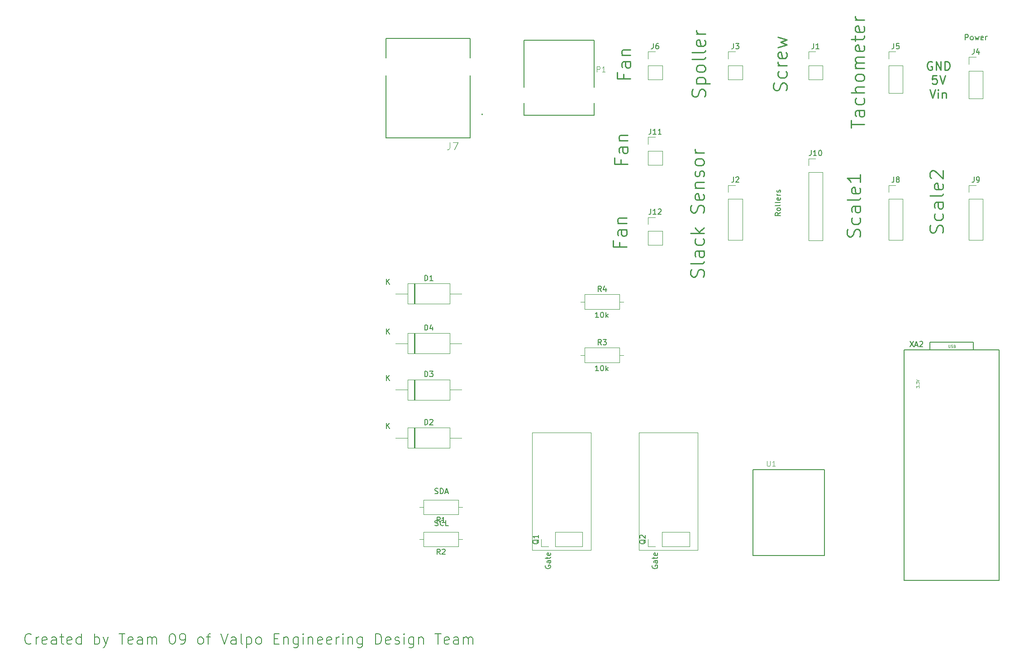
<source format=gbr>
G04 #@! TF.GenerationSoftware,KiCad,Pcbnew,(5.1.6)-1*
G04 #@! TF.CreationDate,2021-03-30T14:44:02-05:00*
G04 #@! TF.ProjectId,ControllerPCB,436f6e74-726f-46c6-9c65-725043422e6b,rev?*
G04 #@! TF.SameCoordinates,Original*
G04 #@! TF.FileFunction,Legend,Top*
G04 #@! TF.FilePolarity,Positive*
%FSLAX46Y46*%
G04 Gerber Fmt 4.6, Leading zero omitted, Abs format (unit mm)*
G04 Created by KiCad (PCBNEW (5.1.6)-1) date 2021-03-30 14:44:02*
%MOMM*%
%LPD*%
G01*
G04 APERTURE LIST*
%ADD10C,0.150000*%
%ADD11C,0.250000*%
%ADD12C,0.120000*%
%ADD13C,0.127000*%
%ADD14C,0.200000*%
%ADD15C,0.075000*%
%ADD16C,0.015000*%
G04 APERTURE END LIST*
D10*
X58285714Y-153464285D02*
X58190476Y-153559523D01*
X57904761Y-153654761D01*
X57714285Y-153654761D01*
X57428571Y-153559523D01*
X57238095Y-153369047D01*
X57142857Y-153178571D01*
X57047619Y-152797619D01*
X57047619Y-152511904D01*
X57142857Y-152130952D01*
X57238095Y-151940476D01*
X57428571Y-151750000D01*
X57714285Y-151654761D01*
X57904761Y-151654761D01*
X58190476Y-151750000D01*
X58285714Y-151845238D01*
X59142857Y-153654761D02*
X59142857Y-152321428D01*
X59142857Y-152702380D02*
X59238095Y-152511904D01*
X59333333Y-152416666D01*
X59523809Y-152321428D01*
X59714285Y-152321428D01*
X61142857Y-153559523D02*
X60952380Y-153654761D01*
X60571428Y-153654761D01*
X60380952Y-153559523D01*
X60285714Y-153369047D01*
X60285714Y-152607142D01*
X60380952Y-152416666D01*
X60571428Y-152321428D01*
X60952380Y-152321428D01*
X61142857Y-152416666D01*
X61238095Y-152607142D01*
X61238095Y-152797619D01*
X60285714Y-152988095D01*
X62952380Y-153654761D02*
X62952380Y-152607142D01*
X62857142Y-152416666D01*
X62666666Y-152321428D01*
X62285714Y-152321428D01*
X62095238Y-152416666D01*
X62952380Y-153559523D02*
X62761904Y-153654761D01*
X62285714Y-153654761D01*
X62095238Y-153559523D01*
X62000000Y-153369047D01*
X62000000Y-153178571D01*
X62095238Y-152988095D01*
X62285714Y-152892857D01*
X62761904Y-152892857D01*
X62952380Y-152797619D01*
X63619047Y-152321428D02*
X64380952Y-152321428D01*
X63904761Y-151654761D02*
X63904761Y-153369047D01*
X64000000Y-153559523D01*
X64190476Y-153654761D01*
X64380952Y-153654761D01*
X65809523Y-153559523D02*
X65619047Y-153654761D01*
X65238095Y-153654761D01*
X65047619Y-153559523D01*
X64952380Y-153369047D01*
X64952380Y-152607142D01*
X65047619Y-152416666D01*
X65238095Y-152321428D01*
X65619047Y-152321428D01*
X65809523Y-152416666D01*
X65904761Y-152607142D01*
X65904761Y-152797619D01*
X64952380Y-152988095D01*
X67619047Y-153654761D02*
X67619047Y-151654761D01*
X67619047Y-153559523D02*
X67428571Y-153654761D01*
X67047619Y-153654761D01*
X66857142Y-153559523D01*
X66761904Y-153464285D01*
X66666666Y-153273809D01*
X66666666Y-152702380D01*
X66761904Y-152511904D01*
X66857142Y-152416666D01*
X67047619Y-152321428D01*
X67428571Y-152321428D01*
X67619047Y-152416666D01*
X70095238Y-153654761D02*
X70095238Y-151654761D01*
X70095238Y-152416666D02*
X70285714Y-152321428D01*
X70666666Y-152321428D01*
X70857142Y-152416666D01*
X70952380Y-152511904D01*
X71047619Y-152702380D01*
X71047619Y-153273809D01*
X70952380Y-153464285D01*
X70857142Y-153559523D01*
X70666666Y-153654761D01*
X70285714Y-153654761D01*
X70095238Y-153559523D01*
X71714285Y-152321428D02*
X72190476Y-153654761D01*
X72666666Y-152321428D02*
X72190476Y-153654761D01*
X72000000Y-154130952D01*
X71904761Y-154226190D01*
X71714285Y-154321428D01*
X74666666Y-151654761D02*
X75809523Y-151654761D01*
X75238095Y-153654761D02*
X75238095Y-151654761D01*
X77238095Y-153559523D02*
X77047619Y-153654761D01*
X76666666Y-153654761D01*
X76476190Y-153559523D01*
X76380952Y-153369047D01*
X76380952Y-152607142D01*
X76476190Y-152416666D01*
X76666666Y-152321428D01*
X77047619Y-152321428D01*
X77238095Y-152416666D01*
X77333333Y-152607142D01*
X77333333Y-152797619D01*
X76380952Y-152988095D01*
X79047619Y-153654761D02*
X79047619Y-152607142D01*
X78952380Y-152416666D01*
X78761904Y-152321428D01*
X78380952Y-152321428D01*
X78190476Y-152416666D01*
X79047619Y-153559523D02*
X78857142Y-153654761D01*
X78380952Y-153654761D01*
X78190476Y-153559523D01*
X78095238Y-153369047D01*
X78095238Y-153178571D01*
X78190476Y-152988095D01*
X78380952Y-152892857D01*
X78857142Y-152892857D01*
X79047619Y-152797619D01*
X80000000Y-153654761D02*
X80000000Y-152321428D01*
X80000000Y-152511904D02*
X80095238Y-152416666D01*
X80285714Y-152321428D01*
X80571428Y-152321428D01*
X80761904Y-152416666D01*
X80857142Y-152607142D01*
X80857142Y-153654761D01*
X80857142Y-152607142D02*
X80952380Y-152416666D01*
X81142857Y-152321428D01*
X81428571Y-152321428D01*
X81619047Y-152416666D01*
X81714285Y-152607142D01*
X81714285Y-153654761D01*
X84571428Y-151654761D02*
X84761904Y-151654761D01*
X84952380Y-151750000D01*
X85047619Y-151845238D01*
X85142857Y-152035714D01*
X85238095Y-152416666D01*
X85238095Y-152892857D01*
X85142857Y-153273809D01*
X85047619Y-153464285D01*
X84952380Y-153559523D01*
X84761904Y-153654761D01*
X84571428Y-153654761D01*
X84380952Y-153559523D01*
X84285714Y-153464285D01*
X84190476Y-153273809D01*
X84095238Y-152892857D01*
X84095238Y-152416666D01*
X84190476Y-152035714D01*
X84285714Y-151845238D01*
X84380952Y-151750000D01*
X84571428Y-151654761D01*
X86190476Y-153654761D02*
X86571428Y-153654761D01*
X86761904Y-153559523D01*
X86857142Y-153464285D01*
X87047619Y-153178571D01*
X87142857Y-152797619D01*
X87142857Y-152035714D01*
X87047619Y-151845238D01*
X86952380Y-151750000D01*
X86761904Y-151654761D01*
X86380952Y-151654761D01*
X86190476Y-151750000D01*
X86095238Y-151845238D01*
X86000000Y-152035714D01*
X86000000Y-152511904D01*
X86095238Y-152702380D01*
X86190476Y-152797619D01*
X86380952Y-152892857D01*
X86761904Y-152892857D01*
X86952380Y-152797619D01*
X87047619Y-152702380D01*
X87142857Y-152511904D01*
X89809523Y-153654761D02*
X89619047Y-153559523D01*
X89523809Y-153464285D01*
X89428571Y-153273809D01*
X89428571Y-152702380D01*
X89523809Y-152511904D01*
X89619047Y-152416666D01*
X89809523Y-152321428D01*
X90095238Y-152321428D01*
X90285714Y-152416666D01*
X90380952Y-152511904D01*
X90476190Y-152702380D01*
X90476190Y-153273809D01*
X90380952Y-153464285D01*
X90285714Y-153559523D01*
X90095238Y-153654761D01*
X89809523Y-153654761D01*
X91047619Y-152321428D02*
X91809523Y-152321428D01*
X91333333Y-153654761D02*
X91333333Y-151940476D01*
X91428571Y-151750000D01*
X91619047Y-151654761D01*
X91809523Y-151654761D01*
X93714285Y-151654761D02*
X94380952Y-153654761D01*
X95047619Y-151654761D01*
X96571428Y-153654761D02*
X96571428Y-152607142D01*
X96476190Y-152416666D01*
X96285714Y-152321428D01*
X95904761Y-152321428D01*
X95714285Y-152416666D01*
X96571428Y-153559523D02*
X96380952Y-153654761D01*
X95904761Y-153654761D01*
X95714285Y-153559523D01*
X95619047Y-153369047D01*
X95619047Y-153178571D01*
X95714285Y-152988095D01*
X95904761Y-152892857D01*
X96380952Y-152892857D01*
X96571428Y-152797619D01*
X97809523Y-153654761D02*
X97619047Y-153559523D01*
X97523809Y-153369047D01*
X97523809Y-151654761D01*
X98571428Y-152321428D02*
X98571428Y-154321428D01*
X98571428Y-152416666D02*
X98761904Y-152321428D01*
X99142857Y-152321428D01*
X99333333Y-152416666D01*
X99428571Y-152511904D01*
X99523809Y-152702380D01*
X99523809Y-153273809D01*
X99428571Y-153464285D01*
X99333333Y-153559523D01*
X99142857Y-153654761D01*
X98761904Y-153654761D01*
X98571428Y-153559523D01*
X100666666Y-153654761D02*
X100476190Y-153559523D01*
X100380952Y-153464285D01*
X100285714Y-153273809D01*
X100285714Y-152702380D01*
X100380952Y-152511904D01*
X100476190Y-152416666D01*
X100666666Y-152321428D01*
X100952380Y-152321428D01*
X101142857Y-152416666D01*
X101238095Y-152511904D01*
X101333333Y-152702380D01*
X101333333Y-153273809D01*
X101238095Y-153464285D01*
X101142857Y-153559523D01*
X100952380Y-153654761D01*
X100666666Y-153654761D01*
X103714285Y-152607142D02*
X104380952Y-152607142D01*
X104666666Y-153654761D02*
X103714285Y-153654761D01*
X103714285Y-151654761D01*
X104666666Y-151654761D01*
X105523809Y-152321428D02*
X105523809Y-153654761D01*
X105523809Y-152511904D02*
X105619047Y-152416666D01*
X105809523Y-152321428D01*
X106095238Y-152321428D01*
X106285714Y-152416666D01*
X106380952Y-152607142D01*
X106380952Y-153654761D01*
X108190476Y-152321428D02*
X108190476Y-153940476D01*
X108095238Y-154130952D01*
X107999999Y-154226190D01*
X107809523Y-154321428D01*
X107523809Y-154321428D01*
X107333333Y-154226190D01*
X108190476Y-153559523D02*
X107999999Y-153654761D01*
X107619047Y-153654761D01*
X107428571Y-153559523D01*
X107333333Y-153464285D01*
X107238095Y-153273809D01*
X107238095Y-152702380D01*
X107333333Y-152511904D01*
X107428571Y-152416666D01*
X107619047Y-152321428D01*
X107999999Y-152321428D01*
X108190476Y-152416666D01*
X109142857Y-153654761D02*
X109142857Y-152321428D01*
X109142857Y-151654761D02*
X109047619Y-151750000D01*
X109142857Y-151845238D01*
X109238095Y-151750000D01*
X109142857Y-151654761D01*
X109142857Y-151845238D01*
X110095238Y-152321428D02*
X110095238Y-153654761D01*
X110095238Y-152511904D02*
X110190476Y-152416666D01*
X110380952Y-152321428D01*
X110666666Y-152321428D01*
X110857142Y-152416666D01*
X110952380Y-152607142D01*
X110952380Y-153654761D01*
X112666666Y-153559523D02*
X112476190Y-153654761D01*
X112095238Y-153654761D01*
X111904761Y-153559523D01*
X111809523Y-153369047D01*
X111809523Y-152607142D01*
X111904761Y-152416666D01*
X112095238Y-152321428D01*
X112476190Y-152321428D01*
X112666666Y-152416666D01*
X112761904Y-152607142D01*
X112761904Y-152797619D01*
X111809523Y-152988095D01*
X114380952Y-153559523D02*
X114190476Y-153654761D01*
X113809523Y-153654761D01*
X113619047Y-153559523D01*
X113523809Y-153369047D01*
X113523809Y-152607142D01*
X113619047Y-152416666D01*
X113809523Y-152321428D01*
X114190476Y-152321428D01*
X114380952Y-152416666D01*
X114476190Y-152607142D01*
X114476190Y-152797619D01*
X113523809Y-152988095D01*
X115333333Y-153654761D02*
X115333333Y-152321428D01*
X115333333Y-152702380D02*
X115428571Y-152511904D01*
X115523809Y-152416666D01*
X115714285Y-152321428D01*
X115904761Y-152321428D01*
X116571428Y-153654761D02*
X116571428Y-152321428D01*
X116571428Y-151654761D02*
X116476190Y-151750000D01*
X116571428Y-151845238D01*
X116666666Y-151750000D01*
X116571428Y-151654761D01*
X116571428Y-151845238D01*
X117523809Y-152321428D02*
X117523809Y-153654761D01*
X117523809Y-152511904D02*
X117619047Y-152416666D01*
X117809523Y-152321428D01*
X118095238Y-152321428D01*
X118285714Y-152416666D01*
X118380952Y-152607142D01*
X118380952Y-153654761D01*
X120190476Y-152321428D02*
X120190476Y-153940476D01*
X120095238Y-154130952D01*
X119999999Y-154226190D01*
X119809523Y-154321428D01*
X119523809Y-154321428D01*
X119333333Y-154226190D01*
X120190476Y-153559523D02*
X119999999Y-153654761D01*
X119619047Y-153654761D01*
X119428571Y-153559523D01*
X119333333Y-153464285D01*
X119238095Y-153273809D01*
X119238095Y-152702380D01*
X119333333Y-152511904D01*
X119428571Y-152416666D01*
X119619047Y-152321428D01*
X119999999Y-152321428D01*
X120190476Y-152416666D01*
X122666666Y-153654761D02*
X122666666Y-151654761D01*
X123142857Y-151654761D01*
X123428571Y-151750000D01*
X123619047Y-151940476D01*
X123714285Y-152130952D01*
X123809523Y-152511904D01*
X123809523Y-152797619D01*
X123714285Y-153178571D01*
X123619047Y-153369047D01*
X123428571Y-153559523D01*
X123142857Y-153654761D01*
X122666666Y-153654761D01*
X125428571Y-153559523D02*
X125238095Y-153654761D01*
X124857142Y-153654761D01*
X124666666Y-153559523D01*
X124571428Y-153369047D01*
X124571428Y-152607142D01*
X124666666Y-152416666D01*
X124857142Y-152321428D01*
X125238095Y-152321428D01*
X125428571Y-152416666D01*
X125523809Y-152607142D01*
X125523809Y-152797619D01*
X124571428Y-152988095D01*
X126285714Y-153559523D02*
X126476190Y-153654761D01*
X126857142Y-153654761D01*
X127047619Y-153559523D01*
X127142857Y-153369047D01*
X127142857Y-153273809D01*
X127047619Y-153083333D01*
X126857142Y-152988095D01*
X126571428Y-152988095D01*
X126380952Y-152892857D01*
X126285714Y-152702380D01*
X126285714Y-152607142D01*
X126380952Y-152416666D01*
X126571428Y-152321428D01*
X126857142Y-152321428D01*
X127047619Y-152416666D01*
X127999999Y-153654761D02*
X127999999Y-152321428D01*
X127999999Y-151654761D02*
X127904761Y-151750000D01*
X127999999Y-151845238D01*
X128095238Y-151750000D01*
X127999999Y-151654761D01*
X127999999Y-151845238D01*
X129809523Y-152321428D02*
X129809523Y-153940476D01*
X129714285Y-154130952D01*
X129619047Y-154226190D01*
X129428571Y-154321428D01*
X129142857Y-154321428D01*
X128952380Y-154226190D01*
X129809523Y-153559523D02*
X129619047Y-153654761D01*
X129238095Y-153654761D01*
X129047619Y-153559523D01*
X128952380Y-153464285D01*
X128857142Y-153273809D01*
X128857142Y-152702380D01*
X128952380Y-152511904D01*
X129047619Y-152416666D01*
X129238095Y-152321428D01*
X129619047Y-152321428D01*
X129809523Y-152416666D01*
X130761904Y-152321428D02*
X130761904Y-153654761D01*
X130761904Y-152511904D02*
X130857142Y-152416666D01*
X131047619Y-152321428D01*
X131333333Y-152321428D01*
X131523809Y-152416666D01*
X131619047Y-152607142D01*
X131619047Y-153654761D01*
X133809523Y-151654761D02*
X134952380Y-151654761D01*
X134380952Y-153654761D02*
X134380952Y-151654761D01*
X136380952Y-153559523D02*
X136190476Y-153654761D01*
X135809523Y-153654761D01*
X135619047Y-153559523D01*
X135523809Y-153369047D01*
X135523809Y-152607142D01*
X135619047Y-152416666D01*
X135809523Y-152321428D01*
X136190476Y-152321428D01*
X136380952Y-152416666D01*
X136476190Y-152607142D01*
X136476190Y-152797619D01*
X135523809Y-152988095D01*
X138190476Y-153654761D02*
X138190476Y-152607142D01*
X138095238Y-152416666D01*
X137904761Y-152321428D01*
X137523809Y-152321428D01*
X137333333Y-152416666D01*
X138190476Y-153559523D02*
X137999999Y-153654761D01*
X137523809Y-153654761D01*
X137333333Y-153559523D01*
X137238095Y-153369047D01*
X137238095Y-153178571D01*
X137333333Y-152988095D01*
X137523809Y-152892857D01*
X137999999Y-152892857D01*
X138190476Y-152797619D01*
X139142857Y-153654761D02*
X139142857Y-152321428D01*
X139142857Y-152511904D02*
X139238095Y-152416666D01*
X139428571Y-152321428D01*
X139714285Y-152321428D01*
X139904761Y-152416666D01*
X139999999Y-152607142D01*
X139999999Y-153654761D01*
X139999999Y-152607142D02*
X140095238Y-152416666D01*
X140285714Y-152321428D01*
X140571428Y-152321428D01*
X140761904Y-152416666D01*
X140857142Y-152607142D01*
X140857142Y-153654761D01*
X133809523Y-131404761D02*
X133952380Y-131452380D01*
X134190476Y-131452380D01*
X134285714Y-131404761D01*
X134333333Y-131357142D01*
X134380952Y-131261904D01*
X134380952Y-131166666D01*
X134333333Y-131071428D01*
X134285714Y-131023809D01*
X134190476Y-130976190D01*
X134000000Y-130928571D01*
X133904761Y-130880952D01*
X133857142Y-130833333D01*
X133809523Y-130738095D01*
X133809523Y-130642857D01*
X133857142Y-130547619D01*
X133904761Y-130500000D01*
X134000000Y-130452380D01*
X134238095Y-130452380D01*
X134380952Y-130500000D01*
X135380952Y-131357142D02*
X135333333Y-131404761D01*
X135190476Y-131452380D01*
X135095238Y-131452380D01*
X134952380Y-131404761D01*
X134857142Y-131309523D01*
X134809523Y-131214285D01*
X134761904Y-131023809D01*
X134761904Y-130880952D01*
X134809523Y-130690476D01*
X134857142Y-130595238D01*
X134952380Y-130500000D01*
X135095238Y-130452380D01*
X135190476Y-130452380D01*
X135333333Y-130500000D01*
X135380952Y-130547619D01*
X136285714Y-131452380D02*
X135809523Y-131452380D01*
X135809523Y-130452380D01*
X133785714Y-125404761D02*
X133928571Y-125452380D01*
X134166666Y-125452380D01*
X134261904Y-125404761D01*
X134309523Y-125357142D01*
X134357142Y-125261904D01*
X134357142Y-125166666D01*
X134309523Y-125071428D01*
X134261904Y-125023809D01*
X134166666Y-124976190D01*
X133976190Y-124928571D01*
X133880952Y-124880952D01*
X133833333Y-124833333D01*
X133785714Y-124738095D01*
X133785714Y-124642857D01*
X133833333Y-124547619D01*
X133880952Y-124500000D01*
X133976190Y-124452380D01*
X134214285Y-124452380D01*
X134357142Y-124500000D01*
X134785714Y-125452380D02*
X134785714Y-124452380D01*
X135023809Y-124452380D01*
X135166666Y-124500000D01*
X135261904Y-124595238D01*
X135309523Y-124690476D01*
X135357142Y-124880952D01*
X135357142Y-125023809D01*
X135309523Y-125214285D01*
X135261904Y-125309523D01*
X135166666Y-125404761D01*
X135023809Y-125452380D01*
X134785714Y-125452380D01*
X135738095Y-125166666D02*
X136214285Y-125166666D01*
X135642857Y-125452380D02*
X135976190Y-124452380D01*
X136309523Y-125452380D01*
X164404761Y-102452380D02*
X163833333Y-102452380D01*
X164119047Y-102452380D02*
X164119047Y-101452380D01*
X164023809Y-101595238D01*
X163928571Y-101690476D01*
X163833333Y-101738095D01*
X165023809Y-101452380D02*
X165119047Y-101452380D01*
X165214285Y-101500000D01*
X165261904Y-101547619D01*
X165309523Y-101642857D01*
X165357142Y-101833333D01*
X165357142Y-102071428D01*
X165309523Y-102261904D01*
X165261904Y-102357142D01*
X165214285Y-102404761D01*
X165119047Y-102452380D01*
X165023809Y-102452380D01*
X164928571Y-102404761D01*
X164880952Y-102357142D01*
X164833333Y-102261904D01*
X164785714Y-102071428D01*
X164785714Y-101833333D01*
X164833333Y-101642857D01*
X164880952Y-101547619D01*
X164928571Y-101500000D01*
X165023809Y-101452380D01*
X165785714Y-102452380D02*
X165785714Y-101452380D01*
X165880952Y-102071428D02*
X166166666Y-102452380D01*
X166166666Y-101785714D02*
X165785714Y-102166666D01*
X164404761Y-92452380D02*
X163833333Y-92452380D01*
X164119047Y-92452380D02*
X164119047Y-91452380D01*
X164023809Y-91595238D01*
X163928571Y-91690476D01*
X163833333Y-91738095D01*
X165023809Y-91452380D02*
X165119047Y-91452380D01*
X165214285Y-91500000D01*
X165261904Y-91547619D01*
X165309523Y-91642857D01*
X165357142Y-91833333D01*
X165357142Y-92071428D01*
X165309523Y-92261904D01*
X165261904Y-92357142D01*
X165214285Y-92404761D01*
X165119047Y-92452380D01*
X165023809Y-92452380D01*
X164928571Y-92404761D01*
X164880952Y-92357142D01*
X164833333Y-92261904D01*
X164785714Y-92071428D01*
X164785714Y-91833333D01*
X164833333Y-91642857D01*
X164880952Y-91547619D01*
X164928571Y-91500000D01*
X165023809Y-91452380D01*
X165785714Y-92452380D02*
X165785714Y-91452380D01*
X165880952Y-92071428D02*
X166166666Y-92452380D01*
X166166666Y-91785714D02*
X165785714Y-92166666D01*
D11*
X228761904Y-76583333D02*
X228880952Y-76226190D01*
X228880952Y-75630952D01*
X228761904Y-75392857D01*
X228642857Y-75273809D01*
X228404761Y-75154761D01*
X228166666Y-75154761D01*
X227928571Y-75273809D01*
X227809523Y-75392857D01*
X227690476Y-75630952D01*
X227571428Y-76107142D01*
X227452380Y-76345238D01*
X227333333Y-76464285D01*
X227095238Y-76583333D01*
X226857142Y-76583333D01*
X226619047Y-76464285D01*
X226500000Y-76345238D01*
X226380952Y-76107142D01*
X226380952Y-75511904D01*
X226500000Y-75154761D01*
X228761904Y-73011904D02*
X228880952Y-73250000D01*
X228880952Y-73726190D01*
X228761904Y-73964285D01*
X228642857Y-74083333D01*
X228404761Y-74202380D01*
X227690476Y-74202380D01*
X227452380Y-74083333D01*
X227333333Y-73964285D01*
X227214285Y-73726190D01*
X227214285Y-73250000D01*
X227333333Y-73011904D01*
X228880952Y-70869047D02*
X227571428Y-70869047D01*
X227333333Y-70988095D01*
X227214285Y-71226190D01*
X227214285Y-71702380D01*
X227333333Y-71940476D01*
X228761904Y-70869047D02*
X228880952Y-71107142D01*
X228880952Y-71702380D01*
X228761904Y-71940476D01*
X228523809Y-72059523D01*
X228285714Y-72059523D01*
X228047619Y-71940476D01*
X227928571Y-71702380D01*
X227928571Y-71107142D01*
X227809523Y-70869047D01*
X228880952Y-69321428D02*
X228761904Y-69559523D01*
X228523809Y-69678571D01*
X226380952Y-69678571D01*
X228761904Y-67416666D02*
X228880952Y-67654761D01*
X228880952Y-68130952D01*
X228761904Y-68369047D01*
X228523809Y-68488095D01*
X227571428Y-68488095D01*
X227333333Y-68369047D01*
X227214285Y-68130952D01*
X227214285Y-67654761D01*
X227333333Y-67416666D01*
X227571428Y-67297619D01*
X227809523Y-67297619D01*
X228047619Y-68488095D01*
X226619047Y-66345238D02*
X226500000Y-66226190D01*
X226380952Y-65988095D01*
X226380952Y-65392857D01*
X226500000Y-65154761D01*
X226619047Y-65035714D01*
X226857142Y-64916666D01*
X227095238Y-64916666D01*
X227452380Y-65035714D01*
X228880952Y-66464285D01*
X228880952Y-64916666D01*
X213261904Y-77333333D02*
X213380952Y-76976190D01*
X213380952Y-76380952D01*
X213261904Y-76142857D01*
X213142857Y-76023809D01*
X212904761Y-75904761D01*
X212666666Y-75904761D01*
X212428571Y-76023809D01*
X212309523Y-76142857D01*
X212190476Y-76380952D01*
X212071428Y-76857142D01*
X211952380Y-77095238D01*
X211833333Y-77214285D01*
X211595238Y-77333333D01*
X211357142Y-77333333D01*
X211119047Y-77214285D01*
X211000000Y-77095238D01*
X210880952Y-76857142D01*
X210880952Y-76261904D01*
X211000000Y-75904761D01*
X213261904Y-73761904D02*
X213380952Y-74000000D01*
X213380952Y-74476190D01*
X213261904Y-74714285D01*
X213142857Y-74833333D01*
X212904761Y-74952380D01*
X212190476Y-74952380D01*
X211952380Y-74833333D01*
X211833333Y-74714285D01*
X211714285Y-74476190D01*
X211714285Y-74000000D01*
X211833333Y-73761904D01*
X213380952Y-71619047D02*
X212071428Y-71619047D01*
X211833333Y-71738095D01*
X211714285Y-71976190D01*
X211714285Y-72452380D01*
X211833333Y-72690476D01*
X213261904Y-71619047D02*
X213380952Y-71857142D01*
X213380952Y-72452380D01*
X213261904Y-72690476D01*
X213023809Y-72809523D01*
X212785714Y-72809523D01*
X212547619Y-72690476D01*
X212428571Y-72452380D01*
X212428571Y-71857142D01*
X212309523Y-71619047D01*
X213380952Y-70071428D02*
X213261904Y-70309523D01*
X213023809Y-70428571D01*
X210880952Y-70428571D01*
X213261904Y-68166666D02*
X213380952Y-68404761D01*
X213380952Y-68880952D01*
X213261904Y-69119047D01*
X213023809Y-69238095D01*
X212071428Y-69238095D01*
X211833333Y-69119047D01*
X211714285Y-68880952D01*
X211714285Y-68404761D01*
X211833333Y-68166666D01*
X212071428Y-68047619D01*
X212309523Y-68047619D01*
X212547619Y-69238095D01*
X213380952Y-65666666D02*
X213380952Y-67095238D01*
X213380952Y-66380952D02*
X210880952Y-66380952D01*
X211238095Y-66619047D01*
X211476190Y-66857142D01*
X211595238Y-67095238D01*
D10*
X198452380Y-72809523D02*
X197976190Y-73142857D01*
X198452380Y-73380952D02*
X197452380Y-73380952D01*
X197452380Y-73000000D01*
X197500000Y-72904761D01*
X197547619Y-72857142D01*
X197642857Y-72809523D01*
X197785714Y-72809523D01*
X197880952Y-72857142D01*
X197928571Y-72904761D01*
X197976190Y-73000000D01*
X197976190Y-73380952D01*
X198452380Y-72238095D02*
X198404761Y-72333333D01*
X198357142Y-72380952D01*
X198261904Y-72428571D01*
X197976190Y-72428571D01*
X197880952Y-72380952D01*
X197833333Y-72333333D01*
X197785714Y-72238095D01*
X197785714Y-72095238D01*
X197833333Y-72000000D01*
X197880952Y-71952380D01*
X197976190Y-71904761D01*
X198261904Y-71904761D01*
X198357142Y-71952380D01*
X198404761Y-72000000D01*
X198452380Y-72095238D01*
X198452380Y-72238095D01*
X198452380Y-71333333D02*
X198404761Y-71428571D01*
X198309523Y-71476190D01*
X197452380Y-71476190D01*
X198452380Y-70809523D02*
X198404761Y-70904761D01*
X198309523Y-70952380D01*
X197452380Y-70952380D01*
X198404761Y-70047619D02*
X198452380Y-70142857D01*
X198452380Y-70333333D01*
X198404761Y-70428571D01*
X198309523Y-70476190D01*
X197928571Y-70476190D01*
X197833333Y-70428571D01*
X197785714Y-70333333D01*
X197785714Y-70142857D01*
X197833333Y-70047619D01*
X197928571Y-70000000D01*
X198023809Y-70000000D01*
X198119047Y-70476190D01*
X198452380Y-69571428D02*
X197785714Y-69571428D01*
X197976190Y-69571428D02*
X197880952Y-69523809D01*
X197833333Y-69476190D01*
X197785714Y-69380952D01*
X197785714Y-69285714D01*
X198404761Y-69000000D02*
X198452380Y-68904761D01*
X198452380Y-68714285D01*
X198404761Y-68619047D01*
X198309523Y-68571428D01*
X198261904Y-68571428D01*
X198166666Y-68619047D01*
X198119047Y-68714285D01*
X198119047Y-68857142D01*
X198071428Y-68952380D01*
X197976190Y-69000000D01*
X197928571Y-69000000D01*
X197833333Y-68952380D01*
X197785714Y-68857142D01*
X197785714Y-68714285D01*
X197833333Y-68619047D01*
D11*
X184011904Y-84845238D02*
X184130952Y-84488095D01*
X184130952Y-83892857D01*
X184011904Y-83654761D01*
X183892857Y-83535714D01*
X183654761Y-83416666D01*
X183416666Y-83416666D01*
X183178571Y-83535714D01*
X183059523Y-83654761D01*
X182940476Y-83892857D01*
X182821428Y-84369047D01*
X182702380Y-84607142D01*
X182583333Y-84726190D01*
X182345238Y-84845238D01*
X182107142Y-84845238D01*
X181869047Y-84726190D01*
X181750000Y-84607142D01*
X181630952Y-84369047D01*
X181630952Y-83773809D01*
X181750000Y-83416666D01*
X184130952Y-81988095D02*
X184011904Y-82226190D01*
X183773809Y-82345238D01*
X181630952Y-82345238D01*
X184130952Y-79964285D02*
X182821428Y-79964285D01*
X182583333Y-80083333D01*
X182464285Y-80321428D01*
X182464285Y-80797619D01*
X182583333Y-81035714D01*
X184011904Y-79964285D02*
X184130952Y-80202380D01*
X184130952Y-80797619D01*
X184011904Y-81035714D01*
X183773809Y-81154761D01*
X183535714Y-81154761D01*
X183297619Y-81035714D01*
X183178571Y-80797619D01*
X183178571Y-80202380D01*
X183059523Y-79964285D01*
X184011904Y-77702380D02*
X184130952Y-77940476D01*
X184130952Y-78416666D01*
X184011904Y-78654761D01*
X183892857Y-78773809D01*
X183654761Y-78892857D01*
X182940476Y-78892857D01*
X182702380Y-78773809D01*
X182583333Y-78654761D01*
X182464285Y-78416666D01*
X182464285Y-77940476D01*
X182583333Y-77702380D01*
X184130952Y-76630952D02*
X181630952Y-76630952D01*
X183178571Y-76392857D02*
X184130952Y-75678571D01*
X182464285Y-75678571D02*
X183416666Y-76630952D01*
X184011904Y-72821428D02*
X184130952Y-72464285D01*
X184130952Y-71869047D01*
X184011904Y-71630952D01*
X183892857Y-71511904D01*
X183654761Y-71392857D01*
X183416666Y-71392857D01*
X183178571Y-71511904D01*
X183059523Y-71630952D01*
X182940476Y-71869047D01*
X182821428Y-72345238D01*
X182702380Y-72583333D01*
X182583333Y-72702380D01*
X182345238Y-72821428D01*
X182107142Y-72821428D01*
X181869047Y-72702380D01*
X181750000Y-72583333D01*
X181630952Y-72345238D01*
X181630952Y-71750000D01*
X181750000Y-71392857D01*
X184011904Y-69369047D02*
X184130952Y-69607142D01*
X184130952Y-70083333D01*
X184011904Y-70321428D01*
X183773809Y-70440476D01*
X182821428Y-70440476D01*
X182583333Y-70321428D01*
X182464285Y-70083333D01*
X182464285Y-69607142D01*
X182583333Y-69369047D01*
X182821428Y-69250000D01*
X183059523Y-69250000D01*
X183297619Y-70440476D01*
X182464285Y-68178571D02*
X184130952Y-68178571D01*
X182702380Y-68178571D02*
X182583333Y-68059523D01*
X182464285Y-67821428D01*
X182464285Y-67464285D01*
X182583333Y-67226190D01*
X182821428Y-67107142D01*
X184130952Y-67107142D01*
X184011904Y-66035714D02*
X184130952Y-65797619D01*
X184130952Y-65321428D01*
X184011904Y-65083333D01*
X183773809Y-64964285D01*
X183654761Y-64964285D01*
X183416666Y-65083333D01*
X183297619Y-65321428D01*
X183297619Y-65678571D01*
X183178571Y-65916666D01*
X182940476Y-66035714D01*
X182821428Y-66035714D01*
X182583333Y-65916666D01*
X182464285Y-65678571D01*
X182464285Y-65321428D01*
X182583333Y-65083333D01*
X184130952Y-63535714D02*
X184011904Y-63773809D01*
X183892857Y-63892857D01*
X183654761Y-64011904D01*
X182940476Y-64011904D01*
X182702380Y-63892857D01*
X182583333Y-63773809D01*
X182464285Y-63535714D01*
X182464285Y-63178571D01*
X182583333Y-62940476D01*
X182702380Y-62821428D01*
X182940476Y-62702380D01*
X183654761Y-62702380D01*
X183892857Y-62821428D01*
X184011904Y-62940476D01*
X184130952Y-63178571D01*
X184130952Y-63535714D01*
X184130952Y-61630952D02*
X182464285Y-61630952D01*
X182940476Y-61630952D02*
X182702380Y-61511904D01*
X182583333Y-61392857D01*
X182464285Y-61154761D01*
X182464285Y-60916666D01*
X226780952Y-44550000D02*
X226628571Y-44473809D01*
X226400000Y-44473809D01*
X226171428Y-44550000D01*
X226019047Y-44702380D01*
X225942857Y-44854761D01*
X225866666Y-45159523D01*
X225866666Y-45388095D01*
X225942857Y-45692857D01*
X226019047Y-45845238D01*
X226171428Y-45997619D01*
X226400000Y-46073809D01*
X226552380Y-46073809D01*
X226780952Y-45997619D01*
X226857142Y-45921428D01*
X226857142Y-45388095D01*
X226552380Y-45388095D01*
X227542857Y-46073809D02*
X227542857Y-44473809D01*
X228457142Y-46073809D01*
X228457142Y-44473809D01*
X229219047Y-46073809D02*
X229219047Y-44473809D01*
X229600000Y-44473809D01*
X229828571Y-44550000D01*
X229980952Y-44702380D01*
X230057142Y-44854761D01*
X230133333Y-45159523D01*
X230133333Y-45388095D01*
X230057142Y-45692857D01*
X229980952Y-45845238D01*
X229828571Y-45997619D01*
X229600000Y-46073809D01*
X229219047Y-46073809D01*
X227695238Y-47123809D02*
X226933333Y-47123809D01*
X226857142Y-47885714D01*
X226933333Y-47809523D01*
X227085714Y-47733333D01*
X227466666Y-47733333D01*
X227619047Y-47809523D01*
X227695238Y-47885714D01*
X227771428Y-48038095D01*
X227771428Y-48419047D01*
X227695238Y-48571428D01*
X227619047Y-48647619D01*
X227466666Y-48723809D01*
X227085714Y-48723809D01*
X226933333Y-48647619D01*
X226857142Y-48571428D01*
X228228571Y-47123809D02*
X228761904Y-48723809D01*
X229295238Y-47123809D01*
X226361904Y-49773809D02*
X226895238Y-51373809D01*
X227428571Y-49773809D01*
X227961904Y-51373809D02*
X227961904Y-50307142D01*
X227961904Y-49773809D02*
X227885714Y-49850000D01*
X227961904Y-49926190D01*
X228038095Y-49850000D01*
X227961904Y-49773809D01*
X227961904Y-49926190D01*
X228723809Y-50307142D02*
X228723809Y-51373809D01*
X228723809Y-50459523D02*
X228800000Y-50383333D01*
X228952380Y-50307142D01*
X229180952Y-50307142D01*
X229333333Y-50383333D01*
X229409523Y-50535714D01*
X229409523Y-51373809D01*
D10*
X233023809Y-40452380D02*
X233023809Y-39452380D01*
X233404761Y-39452380D01*
X233500000Y-39500000D01*
X233547619Y-39547619D01*
X233595238Y-39642857D01*
X233595238Y-39785714D01*
X233547619Y-39880952D01*
X233500000Y-39928571D01*
X233404761Y-39976190D01*
X233023809Y-39976190D01*
X234166666Y-40452380D02*
X234071428Y-40404761D01*
X234023809Y-40357142D01*
X233976190Y-40261904D01*
X233976190Y-39976190D01*
X234023809Y-39880952D01*
X234071428Y-39833333D01*
X234166666Y-39785714D01*
X234309523Y-39785714D01*
X234404761Y-39833333D01*
X234452380Y-39880952D01*
X234500000Y-39976190D01*
X234500000Y-40261904D01*
X234452380Y-40357142D01*
X234404761Y-40404761D01*
X234309523Y-40452380D01*
X234166666Y-40452380D01*
X234833333Y-39785714D02*
X235023809Y-40452380D01*
X235214285Y-39976190D01*
X235404761Y-40452380D01*
X235595238Y-39785714D01*
X236357142Y-40404761D02*
X236261904Y-40452380D01*
X236071428Y-40452380D01*
X235976190Y-40404761D01*
X235928571Y-40309523D01*
X235928571Y-39928571D01*
X235976190Y-39833333D01*
X236071428Y-39785714D01*
X236261904Y-39785714D01*
X236357142Y-39833333D01*
X236404761Y-39928571D01*
X236404761Y-40023809D01*
X235928571Y-40119047D01*
X236833333Y-40452380D02*
X236833333Y-39785714D01*
X236833333Y-39976190D02*
X236880952Y-39880952D01*
X236928571Y-39833333D01*
X237023809Y-39785714D01*
X237119047Y-39785714D01*
D11*
X211630952Y-56976190D02*
X211630952Y-55547619D01*
X214130952Y-56261904D02*
X211630952Y-56261904D01*
X214130952Y-53642857D02*
X212821428Y-53642857D01*
X212583333Y-53761904D01*
X212464285Y-54000000D01*
X212464285Y-54476190D01*
X212583333Y-54714285D01*
X214011904Y-53642857D02*
X214130952Y-53880952D01*
X214130952Y-54476190D01*
X214011904Y-54714285D01*
X213773809Y-54833333D01*
X213535714Y-54833333D01*
X213297619Y-54714285D01*
X213178571Y-54476190D01*
X213178571Y-53880952D01*
X213059523Y-53642857D01*
X214011904Y-51380952D02*
X214130952Y-51619047D01*
X214130952Y-52095238D01*
X214011904Y-52333333D01*
X213892857Y-52452380D01*
X213654761Y-52571428D01*
X212940476Y-52571428D01*
X212702380Y-52452380D01*
X212583333Y-52333333D01*
X212464285Y-52095238D01*
X212464285Y-51619047D01*
X212583333Y-51380952D01*
X214130952Y-50309523D02*
X211630952Y-50309523D01*
X214130952Y-49238095D02*
X212821428Y-49238095D01*
X212583333Y-49357142D01*
X212464285Y-49595238D01*
X212464285Y-49952380D01*
X212583333Y-50190476D01*
X212702380Y-50309523D01*
X214130952Y-47690476D02*
X214011904Y-47928571D01*
X213892857Y-48047619D01*
X213654761Y-48166666D01*
X212940476Y-48166666D01*
X212702380Y-48047619D01*
X212583333Y-47928571D01*
X212464285Y-47690476D01*
X212464285Y-47333333D01*
X212583333Y-47095238D01*
X212702380Y-46976190D01*
X212940476Y-46857142D01*
X213654761Y-46857142D01*
X213892857Y-46976190D01*
X214011904Y-47095238D01*
X214130952Y-47333333D01*
X214130952Y-47690476D01*
X214130952Y-45785714D02*
X212464285Y-45785714D01*
X212702380Y-45785714D02*
X212583333Y-45666666D01*
X212464285Y-45428571D01*
X212464285Y-45071428D01*
X212583333Y-44833333D01*
X212821428Y-44714285D01*
X214130952Y-44714285D01*
X212821428Y-44714285D02*
X212583333Y-44595238D01*
X212464285Y-44357142D01*
X212464285Y-44000000D01*
X212583333Y-43761904D01*
X212821428Y-43642857D01*
X214130952Y-43642857D01*
X214011904Y-41500000D02*
X214130952Y-41738095D01*
X214130952Y-42214285D01*
X214011904Y-42452380D01*
X213773809Y-42571428D01*
X212821428Y-42571428D01*
X212583333Y-42452380D01*
X212464285Y-42214285D01*
X212464285Y-41738095D01*
X212583333Y-41500000D01*
X212821428Y-41380952D01*
X213059523Y-41380952D01*
X213297619Y-42571428D01*
X212464285Y-40666666D02*
X212464285Y-39714285D01*
X211630952Y-40309523D02*
X213773809Y-40309523D01*
X214011904Y-40190476D01*
X214130952Y-39952380D01*
X214130952Y-39714285D01*
X214011904Y-37928571D02*
X214130952Y-38166666D01*
X214130952Y-38642857D01*
X214011904Y-38880952D01*
X213773809Y-39000000D01*
X212821428Y-39000000D01*
X212583333Y-38880952D01*
X212464285Y-38642857D01*
X212464285Y-38166666D01*
X212583333Y-37928571D01*
X212821428Y-37809523D01*
X213059523Y-37809523D01*
X213297619Y-39000000D01*
X214130952Y-36738095D02*
X212464285Y-36738095D01*
X212940476Y-36738095D02*
X212702380Y-36619047D01*
X212583333Y-36500000D01*
X212464285Y-36261904D01*
X212464285Y-36023809D01*
X199511904Y-49940476D02*
X199630952Y-49583333D01*
X199630952Y-48988095D01*
X199511904Y-48750000D01*
X199392857Y-48630952D01*
X199154761Y-48511904D01*
X198916666Y-48511904D01*
X198678571Y-48630952D01*
X198559523Y-48750000D01*
X198440476Y-48988095D01*
X198321428Y-49464285D01*
X198202380Y-49702380D01*
X198083333Y-49821428D01*
X197845238Y-49940476D01*
X197607142Y-49940476D01*
X197369047Y-49821428D01*
X197250000Y-49702380D01*
X197130952Y-49464285D01*
X197130952Y-48869047D01*
X197250000Y-48511904D01*
X199511904Y-46369047D02*
X199630952Y-46607142D01*
X199630952Y-47083333D01*
X199511904Y-47321428D01*
X199392857Y-47440476D01*
X199154761Y-47559523D01*
X198440476Y-47559523D01*
X198202380Y-47440476D01*
X198083333Y-47321428D01*
X197964285Y-47083333D01*
X197964285Y-46607142D01*
X198083333Y-46369047D01*
X199630952Y-45297619D02*
X197964285Y-45297619D01*
X198440476Y-45297619D02*
X198202380Y-45178571D01*
X198083333Y-45059523D01*
X197964285Y-44821428D01*
X197964285Y-44583333D01*
X199511904Y-42797619D02*
X199630952Y-43035714D01*
X199630952Y-43511904D01*
X199511904Y-43750000D01*
X199273809Y-43869047D01*
X198321428Y-43869047D01*
X198083333Y-43750000D01*
X197964285Y-43511904D01*
X197964285Y-43035714D01*
X198083333Y-42797619D01*
X198321428Y-42678571D01*
X198559523Y-42678571D01*
X198797619Y-43869047D01*
X197964285Y-41845238D02*
X199630952Y-41369047D01*
X198440476Y-40892857D01*
X199630952Y-40416666D01*
X197964285Y-39940476D01*
X184261904Y-51130952D02*
X184380952Y-50773809D01*
X184380952Y-50178571D01*
X184261904Y-49940476D01*
X184142857Y-49821428D01*
X183904761Y-49702380D01*
X183666666Y-49702380D01*
X183428571Y-49821428D01*
X183309523Y-49940476D01*
X183190476Y-50178571D01*
X183071428Y-50654761D01*
X182952380Y-50892857D01*
X182833333Y-51011904D01*
X182595238Y-51130952D01*
X182357142Y-51130952D01*
X182119047Y-51011904D01*
X182000000Y-50892857D01*
X181880952Y-50654761D01*
X181880952Y-50059523D01*
X182000000Y-49702380D01*
X182714285Y-48630952D02*
X185214285Y-48630952D01*
X182833333Y-48630952D02*
X182714285Y-48392857D01*
X182714285Y-47916666D01*
X182833333Y-47678571D01*
X182952380Y-47559523D01*
X183190476Y-47440476D01*
X183904761Y-47440476D01*
X184142857Y-47559523D01*
X184261904Y-47678571D01*
X184380952Y-47916666D01*
X184380952Y-48392857D01*
X184261904Y-48630952D01*
X184380952Y-46011904D02*
X184261904Y-46250000D01*
X184142857Y-46369047D01*
X183904761Y-46488095D01*
X183190476Y-46488095D01*
X182952380Y-46369047D01*
X182833333Y-46250000D01*
X182714285Y-46011904D01*
X182714285Y-45654761D01*
X182833333Y-45416666D01*
X182952380Y-45297619D01*
X183190476Y-45178571D01*
X183904761Y-45178571D01*
X184142857Y-45297619D01*
X184261904Y-45416666D01*
X184380952Y-45654761D01*
X184380952Y-46011904D01*
X184380952Y-43750000D02*
X184261904Y-43988095D01*
X184023809Y-44107142D01*
X181880952Y-44107142D01*
X184380952Y-42440476D02*
X184261904Y-42678571D01*
X184023809Y-42797619D01*
X181880952Y-42797619D01*
X184261904Y-40535714D02*
X184380952Y-40773809D01*
X184380952Y-41250000D01*
X184261904Y-41488095D01*
X184023809Y-41607142D01*
X183071428Y-41607142D01*
X182833333Y-41488095D01*
X182714285Y-41250000D01*
X182714285Y-40773809D01*
X182833333Y-40535714D01*
X183071428Y-40416666D01*
X183309523Y-40416666D01*
X183547619Y-41607142D01*
X184380952Y-39345238D02*
X182714285Y-39345238D01*
X183190476Y-39345238D02*
X182952380Y-39226190D01*
X182833333Y-39107142D01*
X182714285Y-38869047D01*
X182714285Y-38630952D01*
X168321428Y-78404761D02*
X168321428Y-79238095D01*
X169630952Y-79238095D02*
X167130952Y-79238095D01*
X167130952Y-78047619D01*
X169630952Y-76023809D02*
X168321428Y-76023809D01*
X168083333Y-76142857D01*
X167964285Y-76380952D01*
X167964285Y-76857142D01*
X168083333Y-77095238D01*
X169511904Y-76023809D02*
X169630952Y-76261904D01*
X169630952Y-76857142D01*
X169511904Y-77095238D01*
X169273809Y-77214285D01*
X169035714Y-77214285D01*
X168797619Y-77095238D01*
X168678571Y-76857142D01*
X168678571Y-76261904D01*
X168559523Y-76023809D01*
X167964285Y-74833333D02*
X169630952Y-74833333D01*
X168202380Y-74833333D02*
X168083333Y-74714285D01*
X167964285Y-74476190D01*
X167964285Y-74119047D01*
X168083333Y-73880952D01*
X168321428Y-73761904D01*
X169630952Y-73761904D01*
X168571428Y-62904761D02*
X168571428Y-63738095D01*
X169880952Y-63738095D02*
X167380952Y-63738095D01*
X167380952Y-62547619D01*
X169880952Y-60523809D02*
X168571428Y-60523809D01*
X168333333Y-60642857D01*
X168214285Y-60880952D01*
X168214285Y-61357142D01*
X168333333Y-61595238D01*
X169761904Y-60523809D02*
X169880952Y-60761904D01*
X169880952Y-61357142D01*
X169761904Y-61595238D01*
X169523809Y-61714285D01*
X169285714Y-61714285D01*
X169047619Y-61595238D01*
X168928571Y-61357142D01*
X168928571Y-60761904D01*
X168809523Y-60523809D01*
X168214285Y-59333333D02*
X169880952Y-59333333D01*
X168452380Y-59333333D02*
X168333333Y-59214285D01*
X168214285Y-58976190D01*
X168214285Y-58619047D01*
X168333333Y-58380952D01*
X168571428Y-58261904D01*
X169880952Y-58261904D01*
X169071428Y-46904761D02*
X169071428Y-47738095D01*
X170380952Y-47738095D02*
X167880952Y-47738095D01*
X167880952Y-46547619D01*
X170380952Y-44523809D02*
X169071428Y-44523809D01*
X168833333Y-44642857D01*
X168714285Y-44880952D01*
X168714285Y-45357142D01*
X168833333Y-45595238D01*
X170261904Y-44523809D02*
X170380952Y-44761904D01*
X170380952Y-45357142D01*
X170261904Y-45595238D01*
X170023809Y-45714285D01*
X169785714Y-45714285D01*
X169547619Y-45595238D01*
X169428571Y-45357142D01*
X169428571Y-44761904D01*
X169309523Y-44523809D01*
X168714285Y-43333333D02*
X170380952Y-43333333D01*
X168952380Y-43333333D02*
X168833333Y-43214285D01*
X168714285Y-42976190D01*
X168714285Y-42619047D01*
X168833333Y-42380952D01*
X169071428Y-42261904D01*
X170380952Y-42261904D01*
D12*
X183000000Y-136000000D02*
X172000000Y-136000000D01*
X183000000Y-114000000D02*
X183000000Y-136000000D01*
X172000000Y-114000000D02*
X183000000Y-114000000D01*
X172000000Y-136000000D02*
X172000000Y-114000000D01*
X152000000Y-114000000D02*
X152000000Y-136000000D01*
X163000000Y-114000000D02*
X152000000Y-114000000D01*
X163000000Y-136000000D02*
X163000000Y-114000000D01*
X152000000Y-136000000D02*
X163000000Y-136000000D01*
D10*
X174500000Y-138904761D02*
X174452380Y-139000000D01*
X174452380Y-139142857D01*
X174500000Y-139285714D01*
X174595238Y-139380952D01*
X174690476Y-139428571D01*
X174880952Y-139476190D01*
X175023809Y-139476190D01*
X175214285Y-139428571D01*
X175309523Y-139380952D01*
X175404761Y-139285714D01*
X175452380Y-139142857D01*
X175452380Y-139047619D01*
X175404761Y-138904761D01*
X175357142Y-138857142D01*
X175023809Y-138857142D01*
X175023809Y-139047619D01*
X175452380Y-138000000D02*
X174928571Y-138000000D01*
X174833333Y-138047619D01*
X174785714Y-138142857D01*
X174785714Y-138333333D01*
X174833333Y-138428571D01*
X175404761Y-138000000D02*
X175452380Y-138095238D01*
X175452380Y-138333333D01*
X175404761Y-138428571D01*
X175309523Y-138476190D01*
X175214285Y-138476190D01*
X175119047Y-138428571D01*
X175071428Y-138333333D01*
X175071428Y-138095238D01*
X175023809Y-138000000D01*
X174785714Y-137666666D02*
X174785714Y-137285714D01*
X174452380Y-137523809D02*
X175309523Y-137523809D01*
X175404761Y-137476190D01*
X175452380Y-137380952D01*
X175452380Y-137285714D01*
X175404761Y-136571428D02*
X175452380Y-136666666D01*
X175452380Y-136857142D01*
X175404761Y-136952380D01*
X175309523Y-137000000D01*
X174928571Y-137000000D01*
X174833333Y-136952380D01*
X174785714Y-136857142D01*
X174785714Y-136666666D01*
X174833333Y-136571428D01*
X174928571Y-136523809D01*
X175023809Y-136523809D01*
X175119047Y-137000000D01*
X154500000Y-138904761D02*
X154452380Y-139000000D01*
X154452380Y-139142857D01*
X154500000Y-139285714D01*
X154595238Y-139380952D01*
X154690476Y-139428571D01*
X154880952Y-139476190D01*
X155023809Y-139476190D01*
X155214285Y-139428571D01*
X155309523Y-139380952D01*
X155404761Y-139285714D01*
X155452380Y-139142857D01*
X155452380Y-139047619D01*
X155404761Y-138904761D01*
X155357142Y-138857142D01*
X155023809Y-138857142D01*
X155023809Y-139047619D01*
X155452380Y-138000000D02*
X154928571Y-138000000D01*
X154833333Y-138047619D01*
X154785714Y-138142857D01*
X154785714Y-138333333D01*
X154833333Y-138428571D01*
X155404761Y-138000000D02*
X155452380Y-138095238D01*
X155452380Y-138333333D01*
X155404761Y-138428571D01*
X155309523Y-138476190D01*
X155214285Y-138476190D01*
X155119047Y-138428571D01*
X155071428Y-138333333D01*
X155071428Y-138095238D01*
X155023809Y-138000000D01*
X154785714Y-137666666D02*
X154785714Y-137285714D01*
X154452380Y-137523809D02*
X155309523Y-137523809D01*
X155404761Y-137476190D01*
X155452380Y-137380952D01*
X155452380Y-137285714D01*
X155404761Y-136571428D02*
X155452380Y-136666666D01*
X155452380Y-136857142D01*
X155404761Y-136952380D01*
X155309523Y-137000000D01*
X154928571Y-137000000D01*
X154833333Y-136952380D01*
X154785714Y-136857142D01*
X154785714Y-136666666D01*
X154833333Y-136571428D01*
X154928571Y-136523809D01*
X155023809Y-136523809D01*
X155119047Y-137000000D01*
D12*
X128700000Y-95380000D02*
X128700000Y-99220000D01*
X128700000Y-99220000D02*
X136540000Y-99220000D01*
X136540000Y-99220000D02*
X136540000Y-95380000D01*
X136540000Y-95380000D02*
X128700000Y-95380000D01*
X126440000Y-97300000D02*
X128700000Y-97300000D01*
X138800000Y-97300000D02*
X136540000Y-97300000D01*
X129960000Y-95380000D02*
X129960000Y-99220000D01*
X130080000Y-95380000D02*
X130080000Y-99220000D01*
X129840000Y-95380000D02*
X129840000Y-99220000D01*
X128700000Y-104080000D02*
X128700000Y-107920000D01*
X128700000Y-107920000D02*
X136540000Y-107920000D01*
X136540000Y-107920000D02*
X136540000Y-104080000D01*
X136540000Y-104080000D02*
X128700000Y-104080000D01*
X126440000Y-106000000D02*
X128700000Y-106000000D01*
X138800000Y-106000000D02*
X136540000Y-106000000D01*
X129960000Y-104080000D02*
X129960000Y-107920000D01*
X130080000Y-104080000D02*
X130080000Y-107920000D01*
X129840000Y-104080000D02*
X129840000Y-107920000D01*
X128700000Y-113080000D02*
X128700000Y-116920000D01*
X128700000Y-116920000D02*
X136540000Y-116920000D01*
X136540000Y-116920000D02*
X136540000Y-113080000D01*
X136540000Y-113080000D02*
X128700000Y-113080000D01*
X126440000Y-115000000D02*
X128700000Y-115000000D01*
X138800000Y-115000000D02*
X136540000Y-115000000D01*
X129960000Y-113080000D02*
X129960000Y-116920000D01*
X130080000Y-113080000D02*
X130080000Y-116920000D01*
X129840000Y-113080000D02*
X129840000Y-116920000D01*
X128700000Y-86080000D02*
X128700000Y-89920000D01*
X128700000Y-89920000D02*
X136540000Y-89920000D01*
X136540000Y-89920000D02*
X136540000Y-86080000D01*
X136540000Y-86080000D02*
X128700000Y-86080000D01*
X126440000Y-88000000D02*
X128700000Y-88000000D01*
X138800000Y-88000000D02*
X136540000Y-88000000D01*
X129960000Y-86080000D02*
X129960000Y-89920000D01*
X130080000Y-86080000D02*
X130080000Y-89920000D01*
X129840000Y-86080000D02*
X129840000Y-89920000D01*
X173670000Y-78870000D02*
X176330000Y-78870000D01*
X173670000Y-76270000D02*
X173670000Y-78870000D01*
X176330000Y-76270000D02*
X176330000Y-78870000D01*
X173670000Y-76270000D02*
X176330000Y-76270000D01*
X173670000Y-75000000D02*
X173670000Y-73670000D01*
X173670000Y-73670000D02*
X175000000Y-73670000D01*
X173670000Y-63870000D02*
X176330000Y-63870000D01*
X173670000Y-61270000D02*
X173670000Y-63870000D01*
X176330000Y-61270000D02*
X176330000Y-63870000D01*
X173670000Y-61270000D02*
X176330000Y-61270000D01*
X173670000Y-60000000D02*
X173670000Y-58670000D01*
X173670000Y-58670000D02*
X175000000Y-58670000D01*
X233670000Y-51410000D02*
X236330000Y-51410000D01*
X233670000Y-46270000D02*
X233670000Y-51410000D01*
X236330000Y-46270000D02*
X236330000Y-51410000D01*
X233670000Y-46270000D02*
X236330000Y-46270000D01*
X233670000Y-45000000D02*
X233670000Y-43670000D01*
X233670000Y-43670000D02*
X235000000Y-43670000D01*
X181410000Y-135330000D02*
X181410000Y-132670000D01*
X176270000Y-135330000D02*
X181410000Y-135330000D01*
X176270000Y-132670000D02*
X181410000Y-132670000D01*
X176270000Y-135330000D02*
X176270000Y-132670000D01*
X175000000Y-135330000D02*
X173670000Y-135330000D01*
X173670000Y-135330000D02*
X173670000Y-134000000D01*
X161410000Y-135330000D02*
X161410000Y-132670000D01*
X156270000Y-135330000D02*
X161410000Y-135330000D01*
X156270000Y-132670000D02*
X161410000Y-132670000D01*
X156270000Y-135330000D02*
X156270000Y-132670000D01*
X155000000Y-135330000D02*
X153670000Y-135330000D01*
X153670000Y-135330000D02*
X153670000Y-134000000D01*
D10*
X234564000Y-98500000D02*
X234564000Y-97050000D01*
X234564000Y-97050000D02*
X226436000Y-97050000D01*
X226436000Y-97050000D02*
X226436000Y-98500000D01*
X239390000Y-141680000D02*
X221610000Y-141680000D01*
X239390000Y-98500000D02*
X221610000Y-98500000D01*
X221610000Y-141680000D02*
X221610000Y-98500000D01*
X239390000Y-141680000D02*
X239390000Y-98500000D01*
D13*
X206665000Y-120975000D02*
X206665000Y-137025000D01*
X206665000Y-137025000D02*
X193335000Y-137025000D01*
X193335000Y-137025000D02*
X193335000Y-120975000D01*
X193335000Y-120975000D02*
X206665000Y-120975000D01*
D12*
X161810000Y-88130000D02*
X161810000Y-90870000D01*
X161810000Y-90870000D02*
X168350000Y-90870000D01*
X168350000Y-90870000D02*
X168350000Y-88130000D01*
X168350000Y-88130000D02*
X161810000Y-88130000D01*
X161040000Y-89500000D02*
X161810000Y-89500000D01*
X169120000Y-89500000D02*
X168350000Y-89500000D01*
X161810000Y-98130000D02*
X161810000Y-100870000D01*
X161810000Y-100870000D02*
X168350000Y-100870000D01*
X168350000Y-100870000D02*
X168350000Y-98130000D01*
X168350000Y-98130000D02*
X161810000Y-98130000D01*
X161040000Y-99500000D02*
X161810000Y-99500000D01*
X169120000Y-99500000D02*
X168350000Y-99500000D01*
X138190000Y-135370000D02*
X138190000Y-132630000D01*
X138190000Y-132630000D02*
X131650000Y-132630000D01*
X131650000Y-132630000D02*
X131650000Y-135370000D01*
X131650000Y-135370000D02*
X138190000Y-135370000D01*
X138960000Y-134000000D02*
X138190000Y-134000000D01*
X130880000Y-134000000D02*
X131650000Y-134000000D01*
X138190000Y-129370000D02*
X138190000Y-126630000D01*
X138190000Y-126630000D02*
X131650000Y-126630000D01*
X131650000Y-126630000D02*
X131650000Y-129370000D01*
X131650000Y-129370000D02*
X138190000Y-129370000D01*
X138960000Y-128000000D02*
X138190000Y-128000000D01*
X130880000Y-128000000D02*
X131650000Y-128000000D01*
D14*
X163550000Y-49300000D02*
X163550000Y-40500000D01*
X163550000Y-40500000D02*
X150450000Y-40500000D01*
X150450000Y-40500000D02*
X150450000Y-49300000D01*
X163550000Y-52300000D02*
X163550000Y-54600000D01*
X163550000Y-54600000D02*
X150450000Y-54600000D01*
X150450000Y-54600000D02*
X150450000Y-52300000D01*
D12*
X203670000Y-78030000D02*
X206330000Y-78030000D01*
X203670000Y-65270000D02*
X203670000Y-78030000D01*
X206330000Y-65270000D02*
X206330000Y-78030000D01*
X203670000Y-65270000D02*
X206330000Y-65270000D01*
X203670000Y-64000000D02*
X203670000Y-62670000D01*
X203670000Y-62670000D02*
X205000000Y-62670000D01*
X233670000Y-77950000D02*
X236330000Y-77950000D01*
X233670000Y-70270000D02*
X233670000Y-77950000D01*
X236330000Y-70270000D02*
X236330000Y-77950000D01*
X233670000Y-70270000D02*
X236330000Y-70270000D01*
X233670000Y-69000000D02*
X233670000Y-67670000D01*
X233670000Y-67670000D02*
X235000000Y-67670000D01*
X218670000Y-77950000D02*
X221330000Y-77950000D01*
X218670000Y-70270000D02*
X218670000Y-77950000D01*
X221330000Y-70270000D02*
X221330000Y-77950000D01*
X218670000Y-70270000D02*
X221330000Y-70270000D01*
X218670000Y-69000000D02*
X218670000Y-67670000D01*
X218670000Y-67670000D02*
X220000000Y-67670000D01*
D13*
X140400000Y-47120000D02*
X140400000Y-58800000D01*
X140400000Y-58800000D02*
X124600000Y-58800000D01*
X124600000Y-58800000D02*
X124600000Y-47120000D01*
X124600000Y-40200000D02*
X140400000Y-40200000D01*
X140400000Y-40200000D02*
X140400000Y-43780000D01*
X124600000Y-43780000D02*
X124600000Y-40200000D01*
D14*
X142710000Y-54400000D02*
G75*
G03*
X142710000Y-54400000I-100000J0D01*
G01*
D12*
X173670000Y-47870000D02*
X176330000Y-47870000D01*
X173670000Y-45270000D02*
X173670000Y-47870000D01*
X176330000Y-45270000D02*
X176330000Y-47870000D01*
X173670000Y-45270000D02*
X176330000Y-45270000D01*
X173670000Y-44000000D02*
X173670000Y-42670000D01*
X173670000Y-42670000D02*
X175000000Y-42670000D01*
X218670000Y-50410000D02*
X221330000Y-50410000D01*
X218670000Y-45270000D02*
X218670000Y-50410000D01*
X221330000Y-45270000D02*
X221330000Y-50410000D01*
X218670000Y-45270000D02*
X221330000Y-45270000D01*
X218670000Y-44000000D02*
X218670000Y-42670000D01*
X218670000Y-42670000D02*
X220000000Y-42670000D01*
X188670000Y-47870000D02*
X191330000Y-47870000D01*
X188670000Y-45270000D02*
X188670000Y-47870000D01*
X191330000Y-45270000D02*
X191330000Y-47870000D01*
X188670000Y-45270000D02*
X191330000Y-45270000D01*
X188670000Y-44000000D02*
X188670000Y-42670000D01*
X188670000Y-42670000D02*
X190000000Y-42670000D01*
X188670000Y-77950000D02*
X191330000Y-77950000D01*
X188670000Y-70270000D02*
X188670000Y-77950000D01*
X191330000Y-70270000D02*
X191330000Y-77950000D01*
X188670000Y-70270000D02*
X191330000Y-70270000D01*
X188670000Y-69000000D02*
X188670000Y-67670000D01*
X188670000Y-67670000D02*
X190000000Y-67670000D01*
X203670000Y-47870000D02*
X206330000Y-47870000D01*
X203670000Y-45270000D02*
X203670000Y-47870000D01*
X206330000Y-45270000D02*
X206330000Y-47870000D01*
X203670000Y-45270000D02*
X206330000Y-45270000D01*
X203670000Y-44000000D02*
X203670000Y-42670000D01*
X203670000Y-42670000D02*
X205000000Y-42670000D01*
D10*
X131881904Y-94832380D02*
X131881904Y-93832380D01*
X132120000Y-93832380D01*
X132262857Y-93880000D01*
X132358095Y-93975238D01*
X132405714Y-94070476D01*
X132453333Y-94260952D01*
X132453333Y-94403809D01*
X132405714Y-94594285D01*
X132358095Y-94689523D01*
X132262857Y-94784761D01*
X132120000Y-94832380D01*
X131881904Y-94832380D01*
X133310476Y-94165714D02*
X133310476Y-94832380D01*
X133072380Y-93784761D02*
X132834285Y-94499047D01*
X133453333Y-94499047D01*
X124738095Y-95552380D02*
X124738095Y-94552380D01*
X125309523Y-95552380D02*
X124880952Y-94980952D01*
X125309523Y-94552380D02*
X124738095Y-95123809D01*
X131881904Y-103532380D02*
X131881904Y-102532380D01*
X132120000Y-102532380D01*
X132262857Y-102580000D01*
X132358095Y-102675238D01*
X132405714Y-102770476D01*
X132453333Y-102960952D01*
X132453333Y-103103809D01*
X132405714Y-103294285D01*
X132358095Y-103389523D01*
X132262857Y-103484761D01*
X132120000Y-103532380D01*
X131881904Y-103532380D01*
X132786666Y-102532380D02*
X133405714Y-102532380D01*
X133072380Y-102913333D01*
X133215238Y-102913333D01*
X133310476Y-102960952D01*
X133358095Y-103008571D01*
X133405714Y-103103809D01*
X133405714Y-103341904D01*
X133358095Y-103437142D01*
X133310476Y-103484761D01*
X133215238Y-103532380D01*
X132929523Y-103532380D01*
X132834285Y-103484761D01*
X132786666Y-103437142D01*
X124738095Y-104252380D02*
X124738095Y-103252380D01*
X125309523Y-104252380D02*
X124880952Y-103680952D01*
X125309523Y-103252380D02*
X124738095Y-103823809D01*
X131881904Y-112532380D02*
X131881904Y-111532380D01*
X132120000Y-111532380D01*
X132262857Y-111580000D01*
X132358095Y-111675238D01*
X132405714Y-111770476D01*
X132453333Y-111960952D01*
X132453333Y-112103809D01*
X132405714Y-112294285D01*
X132358095Y-112389523D01*
X132262857Y-112484761D01*
X132120000Y-112532380D01*
X131881904Y-112532380D01*
X132834285Y-111627619D02*
X132881904Y-111580000D01*
X132977142Y-111532380D01*
X133215238Y-111532380D01*
X133310476Y-111580000D01*
X133358095Y-111627619D01*
X133405714Y-111722857D01*
X133405714Y-111818095D01*
X133358095Y-111960952D01*
X132786666Y-112532380D01*
X133405714Y-112532380D01*
X124738095Y-113252380D02*
X124738095Y-112252380D01*
X125309523Y-113252380D02*
X124880952Y-112680952D01*
X125309523Y-112252380D02*
X124738095Y-112823809D01*
X131881904Y-85532380D02*
X131881904Y-84532380D01*
X132120000Y-84532380D01*
X132262857Y-84580000D01*
X132358095Y-84675238D01*
X132405714Y-84770476D01*
X132453333Y-84960952D01*
X132453333Y-85103809D01*
X132405714Y-85294285D01*
X132358095Y-85389523D01*
X132262857Y-85484761D01*
X132120000Y-85532380D01*
X131881904Y-85532380D01*
X133405714Y-85532380D02*
X132834285Y-85532380D01*
X133120000Y-85532380D02*
X133120000Y-84532380D01*
X133024761Y-84675238D01*
X132929523Y-84770476D01*
X132834285Y-84818095D01*
X124738095Y-86252380D02*
X124738095Y-85252380D01*
X125309523Y-86252380D02*
X124880952Y-85680952D01*
X125309523Y-85252380D02*
X124738095Y-85823809D01*
X174190476Y-72122380D02*
X174190476Y-72836666D01*
X174142857Y-72979523D01*
X174047619Y-73074761D01*
X173904761Y-73122380D01*
X173809523Y-73122380D01*
X175190476Y-73122380D02*
X174619047Y-73122380D01*
X174904761Y-73122380D02*
X174904761Y-72122380D01*
X174809523Y-72265238D01*
X174714285Y-72360476D01*
X174619047Y-72408095D01*
X175571428Y-72217619D02*
X175619047Y-72170000D01*
X175714285Y-72122380D01*
X175952380Y-72122380D01*
X176047619Y-72170000D01*
X176095238Y-72217619D01*
X176142857Y-72312857D01*
X176142857Y-72408095D01*
X176095238Y-72550952D01*
X175523809Y-73122380D01*
X176142857Y-73122380D01*
X174190476Y-57122380D02*
X174190476Y-57836666D01*
X174142857Y-57979523D01*
X174047619Y-58074761D01*
X173904761Y-58122380D01*
X173809523Y-58122380D01*
X175190476Y-58122380D02*
X174619047Y-58122380D01*
X174904761Y-58122380D02*
X174904761Y-57122380D01*
X174809523Y-57265238D01*
X174714285Y-57360476D01*
X174619047Y-57408095D01*
X176142857Y-58122380D02*
X175571428Y-58122380D01*
X175857142Y-58122380D02*
X175857142Y-57122380D01*
X175761904Y-57265238D01*
X175666666Y-57360476D01*
X175571428Y-57408095D01*
X234666666Y-42122380D02*
X234666666Y-42836666D01*
X234619047Y-42979523D01*
X234523809Y-43074761D01*
X234380952Y-43122380D01*
X234285714Y-43122380D01*
X235571428Y-42455714D02*
X235571428Y-43122380D01*
X235333333Y-42074761D02*
X235095238Y-42789047D01*
X235714285Y-42789047D01*
X173217619Y-134095238D02*
X173170000Y-134190476D01*
X173074761Y-134285714D01*
X172931904Y-134428571D01*
X172884285Y-134523809D01*
X172884285Y-134619047D01*
X173122380Y-134571428D02*
X173074761Y-134666666D01*
X172979523Y-134761904D01*
X172789047Y-134809523D01*
X172455714Y-134809523D01*
X172265238Y-134761904D01*
X172170000Y-134666666D01*
X172122380Y-134571428D01*
X172122380Y-134380952D01*
X172170000Y-134285714D01*
X172265238Y-134190476D01*
X172455714Y-134142857D01*
X172789047Y-134142857D01*
X172979523Y-134190476D01*
X173074761Y-134285714D01*
X173122380Y-134380952D01*
X173122380Y-134571428D01*
X172217619Y-133761904D02*
X172170000Y-133714285D01*
X172122380Y-133619047D01*
X172122380Y-133380952D01*
X172170000Y-133285714D01*
X172217619Y-133238095D01*
X172312857Y-133190476D01*
X172408095Y-133190476D01*
X172550952Y-133238095D01*
X173122380Y-133809523D01*
X173122380Y-133190476D01*
X153217619Y-134095238D02*
X153170000Y-134190476D01*
X153074761Y-134285714D01*
X152931904Y-134428571D01*
X152884285Y-134523809D01*
X152884285Y-134619047D01*
X153122380Y-134571428D02*
X153074761Y-134666666D01*
X152979523Y-134761904D01*
X152789047Y-134809523D01*
X152455714Y-134809523D01*
X152265238Y-134761904D01*
X152170000Y-134666666D01*
X152122380Y-134571428D01*
X152122380Y-134380952D01*
X152170000Y-134285714D01*
X152265238Y-134190476D01*
X152455714Y-134142857D01*
X152789047Y-134142857D01*
X152979523Y-134190476D01*
X153074761Y-134285714D01*
X153122380Y-134380952D01*
X153122380Y-134571428D01*
X153122380Y-133190476D02*
X153122380Y-133761904D01*
X153122380Y-133476190D02*
X152122380Y-133476190D01*
X152265238Y-133571428D01*
X152360476Y-133666666D01*
X152408095Y-133761904D01*
X222657904Y-96936380D02*
X223324571Y-97936380D01*
X223324571Y-96936380D02*
X222657904Y-97936380D01*
X223657904Y-97650666D02*
X224134095Y-97650666D01*
X223562666Y-97936380D02*
X223896000Y-96936380D01*
X224229333Y-97936380D01*
X224515047Y-97031619D02*
X224562666Y-96984000D01*
X224657904Y-96936380D01*
X224896000Y-96936380D01*
X224991238Y-96984000D01*
X225038857Y-97031619D01*
X225086476Y-97126857D01*
X225086476Y-97222095D01*
X225038857Y-97364952D01*
X224467428Y-97936380D01*
X225086476Y-97936380D01*
D15*
X223876190Y-105588095D02*
X223876190Y-105278571D01*
X224066666Y-105445238D01*
X224066666Y-105373809D01*
X224090476Y-105326190D01*
X224114285Y-105302380D01*
X224161904Y-105278571D01*
X224280952Y-105278571D01*
X224328571Y-105302380D01*
X224352380Y-105326190D01*
X224376190Y-105373809D01*
X224376190Y-105516666D01*
X224352380Y-105564285D01*
X224328571Y-105588095D01*
X224328571Y-105064285D02*
X224352380Y-105040476D01*
X224376190Y-105064285D01*
X224352380Y-105088095D01*
X224328571Y-105064285D01*
X224376190Y-105064285D01*
X223876190Y-104873809D02*
X223876190Y-104564285D01*
X224066666Y-104730952D01*
X224066666Y-104659523D01*
X224090476Y-104611904D01*
X224114285Y-104588095D01*
X224161904Y-104564285D01*
X224280952Y-104564285D01*
X224328571Y-104588095D01*
X224352380Y-104611904D01*
X224376190Y-104659523D01*
X224376190Y-104802380D01*
X224352380Y-104850000D01*
X224328571Y-104873809D01*
X223876190Y-104421428D02*
X224376190Y-104254761D01*
X223876190Y-104088095D01*
X229869047Y-97591190D02*
X229869047Y-97995952D01*
X229892857Y-98043571D01*
X229916666Y-98067380D01*
X229964285Y-98091190D01*
X230059523Y-98091190D01*
X230107142Y-98067380D01*
X230130952Y-98043571D01*
X230154761Y-97995952D01*
X230154761Y-97591190D01*
X230369047Y-98067380D02*
X230440476Y-98091190D01*
X230559523Y-98091190D01*
X230607142Y-98067380D01*
X230630952Y-98043571D01*
X230654761Y-97995952D01*
X230654761Y-97948333D01*
X230630952Y-97900714D01*
X230607142Y-97876904D01*
X230559523Y-97853095D01*
X230464285Y-97829285D01*
X230416666Y-97805476D01*
X230392857Y-97781666D01*
X230369047Y-97734047D01*
X230369047Y-97686428D01*
X230392857Y-97638809D01*
X230416666Y-97615000D01*
X230464285Y-97591190D01*
X230583333Y-97591190D01*
X230654761Y-97615000D01*
X231035714Y-97829285D02*
X231107142Y-97853095D01*
X231130952Y-97876904D01*
X231154761Y-97924523D01*
X231154761Y-97995952D01*
X231130952Y-98043571D01*
X231107142Y-98067380D01*
X231059523Y-98091190D01*
X230869047Y-98091190D01*
X230869047Y-97591190D01*
X231035714Y-97591190D01*
X231083333Y-97615000D01*
X231107142Y-97638809D01*
X231130952Y-97686428D01*
X231130952Y-97734047D01*
X231107142Y-97781666D01*
X231083333Y-97805476D01*
X231035714Y-97829285D01*
X230869047Y-97829285D01*
D16*
X195913095Y-119317380D02*
X195913095Y-120126904D01*
X195960714Y-120222142D01*
X196008333Y-120269761D01*
X196103571Y-120317380D01*
X196294047Y-120317380D01*
X196389285Y-120269761D01*
X196436904Y-120222142D01*
X196484523Y-120126904D01*
X196484523Y-119317380D01*
X197484523Y-120317380D02*
X196913095Y-120317380D01*
X197198809Y-120317380D02*
X197198809Y-119317380D01*
X197103571Y-119460238D01*
X197008333Y-119555476D01*
X196913095Y-119603095D01*
D10*
X164913333Y-87582380D02*
X164580000Y-87106190D01*
X164341904Y-87582380D02*
X164341904Y-86582380D01*
X164722857Y-86582380D01*
X164818095Y-86630000D01*
X164865714Y-86677619D01*
X164913333Y-86772857D01*
X164913333Y-86915714D01*
X164865714Y-87010952D01*
X164818095Y-87058571D01*
X164722857Y-87106190D01*
X164341904Y-87106190D01*
X165770476Y-86915714D02*
X165770476Y-87582380D01*
X165532380Y-86534761D02*
X165294285Y-87249047D01*
X165913333Y-87249047D01*
X164913333Y-97582380D02*
X164580000Y-97106190D01*
X164341904Y-97582380D02*
X164341904Y-96582380D01*
X164722857Y-96582380D01*
X164818095Y-96630000D01*
X164865714Y-96677619D01*
X164913333Y-96772857D01*
X164913333Y-96915714D01*
X164865714Y-97010952D01*
X164818095Y-97058571D01*
X164722857Y-97106190D01*
X164341904Y-97106190D01*
X165246666Y-96582380D02*
X165865714Y-96582380D01*
X165532380Y-96963333D01*
X165675238Y-96963333D01*
X165770476Y-97010952D01*
X165818095Y-97058571D01*
X165865714Y-97153809D01*
X165865714Y-97391904D01*
X165818095Y-97487142D01*
X165770476Y-97534761D01*
X165675238Y-97582380D01*
X165389523Y-97582380D01*
X165294285Y-97534761D01*
X165246666Y-97487142D01*
X134753333Y-136822380D02*
X134420000Y-136346190D01*
X134181904Y-136822380D02*
X134181904Y-135822380D01*
X134562857Y-135822380D01*
X134658095Y-135870000D01*
X134705714Y-135917619D01*
X134753333Y-136012857D01*
X134753333Y-136155714D01*
X134705714Y-136250952D01*
X134658095Y-136298571D01*
X134562857Y-136346190D01*
X134181904Y-136346190D01*
X135134285Y-135917619D02*
X135181904Y-135870000D01*
X135277142Y-135822380D01*
X135515238Y-135822380D01*
X135610476Y-135870000D01*
X135658095Y-135917619D01*
X135705714Y-136012857D01*
X135705714Y-136108095D01*
X135658095Y-136250952D01*
X135086666Y-136822380D01*
X135705714Y-136822380D01*
X134753333Y-130822380D02*
X134420000Y-130346190D01*
X134181904Y-130822380D02*
X134181904Y-129822380D01*
X134562857Y-129822380D01*
X134658095Y-129870000D01*
X134705714Y-129917619D01*
X134753333Y-130012857D01*
X134753333Y-130155714D01*
X134705714Y-130250952D01*
X134658095Y-130298571D01*
X134562857Y-130346190D01*
X134181904Y-130346190D01*
X135705714Y-130822380D02*
X135134285Y-130822380D01*
X135420000Y-130822380D02*
X135420000Y-129822380D01*
X135324761Y-129965238D01*
X135229523Y-130060476D01*
X135134285Y-130108095D01*
D16*
X164109087Y-46426397D02*
X164109087Y-45424680D01*
X164490693Y-45424680D01*
X164586095Y-45472381D01*
X164633796Y-45520082D01*
X164681497Y-45615483D01*
X164681497Y-45758586D01*
X164633796Y-45853987D01*
X164586095Y-45901688D01*
X164490693Y-45949389D01*
X164109087Y-45949389D01*
X165635513Y-46426397D02*
X165063103Y-46426397D01*
X165349308Y-46426397D02*
X165349308Y-45424680D01*
X165253906Y-45567783D01*
X165158505Y-45663184D01*
X165063103Y-45710885D01*
D10*
X204190476Y-61122380D02*
X204190476Y-61836666D01*
X204142857Y-61979523D01*
X204047619Y-62074761D01*
X203904761Y-62122380D01*
X203809523Y-62122380D01*
X205190476Y-62122380D02*
X204619047Y-62122380D01*
X204904761Y-62122380D02*
X204904761Y-61122380D01*
X204809523Y-61265238D01*
X204714285Y-61360476D01*
X204619047Y-61408095D01*
X205809523Y-61122380D02*
X205904761Y-61122380D01*
X206000000Y-61170000D01*
X206047619Y-61217619D01*
X206095238Y-61312857D01*
X206142857Y-61503333D01*
X206142857Y-61741428D01*
X206095238Y-61931904D01*
X206047619Y-62027142D01*
X206000000Y-62074761D01*
X205904761Y-62122380D01*
X205809523Y-62122380D01*
X205714285Y-62074761D01*
X205666666Y-62027142D01*
X205619047Y-61931904D01*
X205571428Y-61741428D01*
X205571428Y-61503333D01*
X205619047Y-61312857D01*
X205666666Y-61217619D01*
X205714285Y-61170000D01*
X205809523Y-61122380D01*
X234666666Y-66122380D02*
X234666666Y-66836666D01*
X234619047Y-66979523D01*
X234523809Y-67074761D01*
X234380952Y-67122380D01*
X234285714Y-67122380D01*
X235190476Y-67122380D02*
X235380952Y-67122380D01*
X235476190Y-67074761D01*
X235523809Y-67027142D01*
X235619047Y-66884285D01*
X235666666Y-66693809D01*
X235666666Y-66312857D01*
X235619047Y-66217619D01*
X235571428Y-66170000D01*
X235476190Y-66122380D01*
X235285714Y-66122380D01*
X235190476Y-66170000D01*
X235142857Y-66217619D01*
X235095238Y-66312857D01*
X235095238Y-66550952D01*
X235142857Y-66646190D01*
X235190476Y-66693809D01*
X235285714Y-66741428D01*
X235476190Y-66741428D01*
X235571428Y-66693809D01*
X235619047Y-66646190D01*
X235666666Y-66550952D01*
X219666666Y-66122380D02*
X219666666Y-66836666D01*
X219619047Y-66979523D01*
X219523809Y-67074761D01*
X219380952Y-67122380D01*
X219285714Y-67122380D01*
X220285714Y-66550952D02*
X220190476Y-66503333D01*
X220142857Y-66455714D01*
X220095238Y-66360476D01*
X220095238Y-66312857D01*
X220142857Y-66217619D01*
X220190476Y-66170000D01*
X220285714Y-66122380D01*
X220476190Y-66122380D01*
X220571428Y-66170000D01*
X220619047Y-66217619D01*
X220666666Y-66312857D01*
X220666666Y-66360476D01*
X220619047Y-66455714D01*
X220571428Y-66503333D01*
X220476190Y-66550952D01*
X220285714Y-66550952D01*
X220190476Y-66598571D01*
X220142857Y-66646190D01*
X220095238Y-66741428D01*
X220095238Y-66931904D01*
X220142857Y-67027142D01*
X220190476Y-67074761D01*
X220285714Y-67122380D01*
X220476190Y-67122380D01*
X220571428Y-67074761D01*
X220619047Y-67027142D01*
X220666666Y-66931904D01*
X220666666Y-66741428D01*
X220619047Y-66646190D01*
X220571428Y-66598571D01*
X220476190Y-66550952D01*
D16*
X136588333Y-59622333D02*
X136588333Y-60622333D01*
X136521666Y-60822333D01*
X136388333Y-60955666D01*
X136188333Y-61022333D01*
X136055000Y-61022333D01*
X137121666Y-59622333D02*
X138055000Y-59622333D01*
X137455000Y-61022333D01*
D10*
X174666666Y-41122380D02*
X174666666Y-41836666D01*
X174619047Y-41979523D01*
X174523809Y-42074761D01*
X174380952Y-42122380D01*
X174285714Y-42122380D01*
X175571428Y-41122380D02*
X175380952Y-41122380D01*
X175285714Y-41170000D01*
X175238095Y-41217619D01*
X175142857Y-41360476D01*
X175095238Y-41550952D01*
X175095238Y-41931904D01*
X175142857Y-42027142D01*
X175190476Y-42074761D01*
X175285714Y-42122380D01*
X175476190Y-42122380D01*
X175571428Y-42074761D01*
X175619047Y-42027142D01*
X175666666Y-41931904D01*
X175666666Y-41693809D01*
X175619047Y-41598571D01*
X175571428Y-41550952D01*
X175476190Y-41503333D01*
X175285714Y-41503333D01*
X175190476Y-41550952D01*
X175142857Y-41598571D01*
X175095238Y-41693809D01*
X219666666Y-41122380D02*
X219666666Y-41836666D01*
X219619047Y-41979523D01*
X219523809Y-42074761D01*
X219380952Y-42122380D01*
X219285714Y-42122380D01*
X220619047Y-41122380D02*
X220142857Y-41122380D01*
X220095238Y-41598571D01*
X220142857Y-41550952D01*
X220238095Y-41503333D01*
X220476190Y-41503333D01*
X220571428Y-41550952D01*
X220619047Y-41598571D01*
X220666666Y-41693809D01*
X220666666Y-41931904D01*
X220619047Y-42027142D01*
X220571428Y-42074761D01*
X220476190Y-42122380D01*
X220238095Y-42122380D01*
X220142857Y-42074761D01*
X220095238Y-42027142D01*
X189666666Y-41122380D02*
X189666666Y-41836666D01*
X189619047Y-41979523D01*
X189523809Y-42074761D01*
X189380952Y-42122380D01*
X189285714Y-42122380D01*
X190047619Y-41122380D02*
X190666666Y-41122380D01*
X190333333Y-41503333D01*
X190476190Y-41503333D01*
X190571428Y-41550952D01*
X190619047Y-41598571D01*
X190666666Y-41693809D01*
X190666666Y-41931904D01*
X190619047Y-42027142D01*
X190571428Y-42074761D01*
X190476190Y-42122380D01*
X190190476Y-42122380D01*
X190095238Y-42074761D01*
X190047619Y-42027142D01*
X189666666Y-66122380D02*
X189666666Y-66836666D01*
X189619047Y-66979523D01*
X189523809Y-67074761D01*
X189380952Y-67122380D01*
X189285714Y-67122380D01*
X190095238Y-66217619D02*
X190142857Y-66170000D01*
X190238095Y-66122380D01*
X190476190Y-66122380D01*
X190571428Y-66170000D01*
X190619047Y-66217619D01*
X190666666Y-66312857D01*
X190666666Y-66408095D01*
X190619047Y-66550952D01*
X190047619Y-67122380D01*
X190666666Y-67122380D01*
X204666666Y-41122380D02*
X204666666Y-41836666D01*
X204619047Y-41979523D01*
X204523809Y-42074761D01*
X204380952Y-42122380D01*
X204285714Y-42122380D01*
X205666666Y-42122380D02*
X205095238Y-42122380D01*
X205380952Y-42122380D02*
X205380952Y-41122380D01*
X205285714Y-41265238D01*
X205190476Y-41360476D01*
X205095238Y-41408095D01*
M02*

</source>
